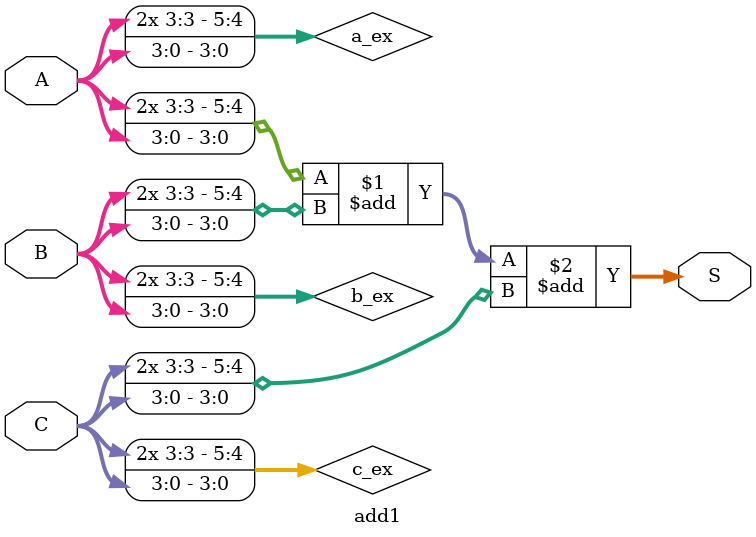
<source format=v>
module add1(A, B, C, S);
    input   [3:0] A, B, C;
    output  [5:0] S;

    wire    [5:0] a_ex;
    wire    [5:0] b_ex;
    wire    [5:0] c_ex;

    assign a_ex = {A[3], A[3], A};
    assign b_ex = {B[3], B[3], B};
    assign c_ex = {C[3], C[3], C};

    assign S = a_ex + b_ex + c_ex;

endmodule
</source>
